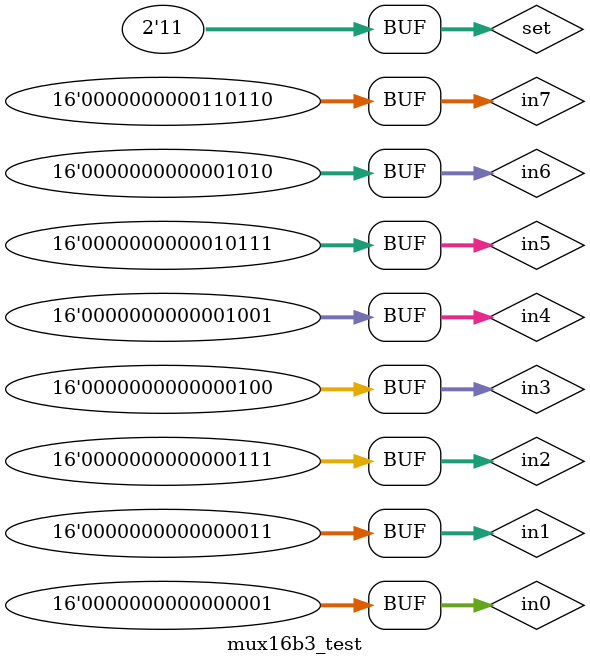
<source format=v>
`timescale 1ns / 1ps


module mux16b3_test;

	// Inputs
	reg [15:0] in0;
	reg [15:0] in1;
	reg [15:0] in2;
	reg [15:0] in3;
	reg [15:0] in4;
	reg [15:0] in5;
	reg [15:0] in6;
	reg [15:0] in7;
	reg [1:0] set;

	// Outputs
	wire [15:0] r;

	// Instantiate the Unit Under Test (UUT)
	mux16b3 uut (
		.in0(in0), 
		.in1(in1), 
		.in2(in2), 
		.r(r), 
		.set(set)
	);

	initial begin
		// Initialize Inputs
		in0 = 0;
		in1 = 0;
		in2 = 0;
		set = 0;

		// Wait 100 ns for global reset to finish
		#100;
        
		// Add stimulus here
		in0 = 1;
		in1 = 3;
		in2 = 7;
		in3 = 4;
		in4 = 9;
		in5 = 23;
		in6 = 10;
		in7 = 54;
		// Testing different set signals
		
		// Testing all Mux channels
		set = 0;//Should show 1
		#20;
		set = 1;//Should show 3
		#20;
		set = 2;//Should show 7
		#20;
		set = 3;//Should show 4
		#20;
		set = 4;//Should show 9
		#20;
		set = 5;//Should show 23
		#20;
		set = 6;//Should show 10
		#20;
		set = 7;//Should show 54

	end
      
endmodule


</source>
